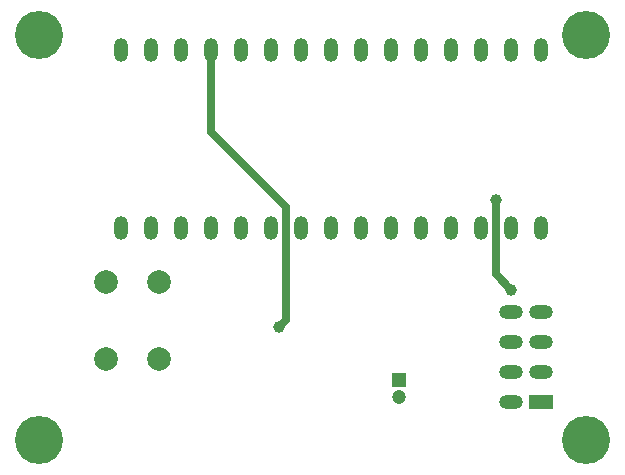
<source format=gbr>
G04 #@! TF.FileFunction,Copper,L1,Top,Signal*
%FSLAX46Y46*%
G04 Gerber Fmt 4.6, Leading zero omitted, Abs format (unit mm)*
G04 Created by KiCad (PCBNEW 4.0.6-e0-6349~52~ubuntu16.10.1) date Mon Nov  6 09:48:41 2017*
%MOMM*%
%LPD*%
G01*
G04 APERTURE LIST*
%ADD10C,0.100000*%
%ADD11C,4.064000*%
%ADD12R,1.200000X1.200000*%
%ADD13C,1.200000*%
%ADD14C,2.000000*%
%ADD15O,2.000000X1.200000*%
%ADD16R,2.000000X1.200000*%
%ADD17O,1.200000X2.000000*%
%ADD18C,1.000000*%
%ADD19C,0.700000*%
G04 APERTURE END LIST*
D10*
D11*
X119380000Y-113030000D03*
X119380000Y-78740000D03*
X165735000Y-113030000D03*
D12*
X149860000Y-107950000D03*
D13*
X149860000Y-109450000D03*
D14*
X125040000Y-99695000D03*
X129540000Y-99695000D03*
X125040000Y-106195000D03*
X129540000Y-106195000D03*
D15*
X159385000Y-109855000D03*
D16*
X161925000Y-109855000D03*
D15*
X159385000Y-107315000D03*
X161925000Y-107315000D03*
X159385000Y-104775000D03*
X161925000Y-104775000D03*
X159385000Y-102235000D03*
X161925000Y-102235000D03*
D17*
X126365000Y-80010000D03*
X126365000Y-95100000D03*
X128905000Y-80010000D03*
X128905000Y-95100000D03*
X131445000Y-80010000D03*
X131445000Y-95100000D03*
X133985000Y-80010000D03*
X133985000Y-95100000D03*
X136525000Y-80010000D03*
X136525000Y-95100000D03*
X139065000Y-80010000D03*
X139065000Y-95100000D03*
X141605000Y-80010000D03*
X141605000Y-95100000D03*
X144145000Y-80010000D03*
X144145000Y-95100000D03*
X146685000Y-80010000D03*
X146685000Y-95100000D03*
X149225000Y-80010000D03*
X149225000Y-95100000D03*
X151765000Y-80010000D03*
X151765000Y-95100000D03*
X154305000Y-80010000D03*
X154305000Y-95100000D03*
X156845000Y-80010000D03*
X156845000Y-95100000D03*
X159385000Y-80010000D03*
X159385000Y-95100000D03*
X161925000Y-80010000D03*
X161925000Y-95100000D03*
D11*
X165735000Y-78740000D03*
D18*
X139700000Y-103505000D03*
X158095010Y-92729990D03*
X159385000Y-100330000D03*
D19*
X133985000Y-80010000D02*
X133985000Y-82550000D01*
X133985000Y-86995000D02*
X133985000Y-82550000D01*
X140315010Y-93325010D02*
X133985000Y-86995000D01*
X139700000Y-103505000D02*
X140315010Y-102889990D01*
X140315010Y-102889990D02*
X140315010Y-93325010D01*
X139065000Y-95500000D02*
X139065000Y-95100000D01*
X159385000Y-100330000D02*
X158095010Y-99040010D01*
X158095010Y-99040010D02*
X158095010Y-92729990D01*
M02*

</source>
